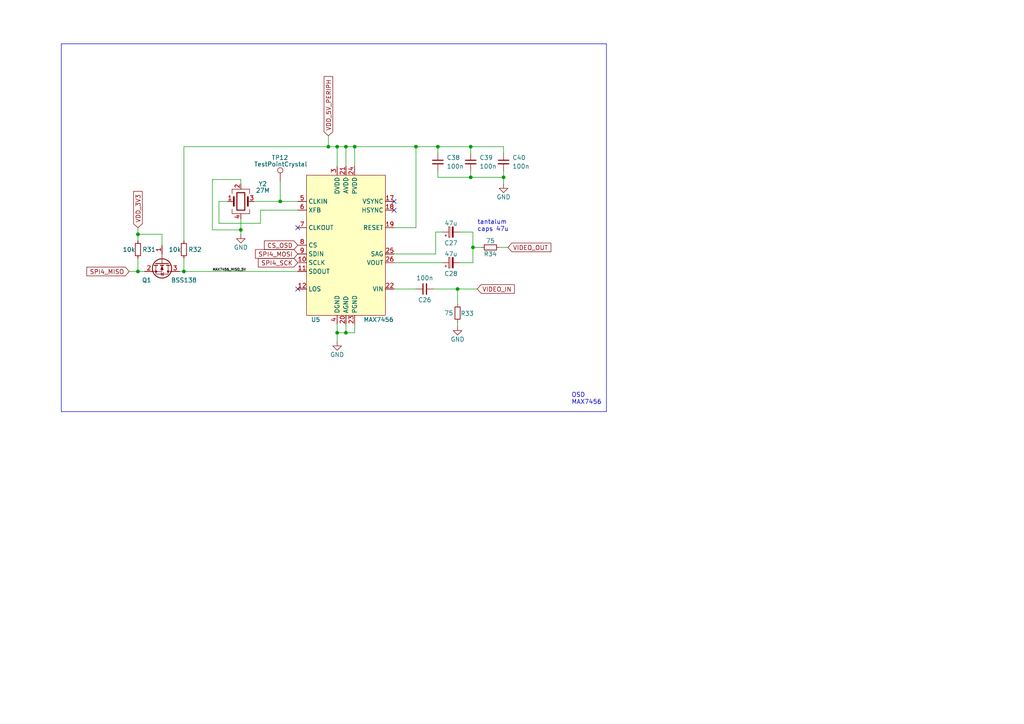
<source format=kicad_sch>
(kicad_sch (version 20230121) (generator eeschema)
  (paper "A4")
  (title_block (title "Royal Penguin") (date "2023-05-23") (rev "2.0") (company "Aerokitties"))
  (lib_symbols
    (symbol "Connector:TestPoint" (pin_numbers hide) (pin_names (offset 0.762) hide)
      (property "Reference" "TP" (at 0 6.858 0))
      (property "Value" "TestPoint" (at 0 5.08 0))
      (symbol "TestPoint_0_1"
        (circle (center 0 3.302) (radius 0.762))
      )
      (symbol "TestPoint_1_1"
        (pin passive line (at 0 0 90) (length 2.54) (name "1") (number "1"))
      )
    )
    (symbol "Device:C_Polarized_Small" (pin_numbers hide) (pin_names (offset 0.254) hide)
      (property "Reference" "C" (at 0.254 1.778 0))
      (property "Value" "C_Polarized_Small" (at 0.254 -2.032 0))
      (symbol "C_Polarized_Small_0_1"
        (rectangle (start -1.524 -0.3048) (end 1.524 -0.6858) (fill (type outline)))
        (rectangle (start -1.524 0.6858) (end 1.524 0.3048))
        (polyline (pts (xy -1.27 1.524) (xy -0.762 1.524)))
        (polyline (pts (xy -1.016 1.27) (xy -1.016 1.778)))
      )
      (symbol "C_Polarized_Small_1_1"
        (pin passive line (at 0 2.54 270) (length 1.8542) (name "~") (number "1"))
        (pin passive line (at 0 -2.54 90) (length 1.8542) (name "~") (number "2"))
      )
    )
    (symbol "Device:C_Small" (pin_numbers hide) (pin_names (offset 0.254) hide)
      (property "Reference" "C" (at 0.254 1.778 0))
      (property "Value" "C_Small" (at 0.254 -2.032 0))
      (symbol "C_Small_0_1"
        (polyline (pts (xy -1.524 -0.508) (xy 1.524 -0.508)) (stroke (width 0.3302)))
        (polyline (pts (xy -1.524 0.508) (xy 1.524 0.508)) (stroke (width 0.3048)))
      )
      (symbol "C_Small_1_1"
        (pin passive line (at 0 2.54 270) (length 2.032) (name "~") (number "1"))
        (pin passive line (at 0 -2.54 90) (length 2.032) (name "~") (number "2"))
      )
    )
    (symbol "Device:Crystal_GND24" (pin_names (offset 1.016) hide)
      (property "Reference" "Y" (at 3.175 5.08 0))
      (property "Value" "Crystal_GND24" (at 3.175 3.175 0))
      (symbol "Crystal_GND24_0_1"
        (rectangle (start -1.143 2.54) (end 1.143 -2.54) (stroke (width 0.3048)))
        (polyline (pts (xy -2.54 0) (xy -2.032 0)))
        (polyline (pts (xy -2.032 -1.27) (xy -2.032 1.27)) (stroke (width 0.508)))
        (polyline (pts (xy 0 -3.81) (xy 0 -3.556)))
        (polyline (pts (xy 0 3.556) (xy 0 3.81)))
        (polyline (pts (xy 2.032 -1.27) (xy 2.032 1.27)) (stroke (width 0.508)))
        (polyline (pts (xy 2.032 0) (xy 2.54 0)))
        (polyline (pts (xy -2.54 -2.286) (xy -2.54 -3.556) (xy 2.54 -3.556) (xy 2.54 -2.286)))
        (polyline (pts (xy -2.54 2.286) (xy -2.54 3.556) (xy 2.54 3.556) (xy 2.54 2.286)))
      )
      (symbol "Crystal_GND24_1_1"
        (pin passive line (at -3.81 0 0) (length 1.27) (name "1") (number "1"))
        (pin passive line (at 0 5.08 270) (length 1.27) (name "2") (number "2"))
        (pin passive line (at 3.81 0 180) (length 1.27) (name "3") (number "3"))
        (pin passive line (at 0 -5.08 90) (length 1.27) (name "4") (number "4"))
      )
    )
    (symbol "Device:R_Small" (pin_numbers hide) (pin_names (offset 0.254) hide)
      (property "Reference" "R" (at 0.762 0.508 0))
      (property "Value" "R_Small" (at 0.762 -1.016 0))
      (symbol "R_Small_0_1"
        (rectangle (start -0.762 1.778) (end 0.762 -1.778) (stroke (width 0.2032)))
      )
      (symbol "R_Small_1_1"
        (pin passive line (at 0 2.54 270) (length 0.762) (name "~") (number "1"))
        (pin passive line (at 0 -2.54 90) (length 0.762) (name "~") (number "2"))
      )
    )
    (symbol "GND_1" (power) (pin_names (offset 0))
      (property "Value" "GND_1" (at 0 -3.81 0))
      (symbol "GND_1_0_1"
        (polyline (pts (xy 0 0) (xy 0 -1.27) (xy 1.27 -1.27) (xy 0 -2.54) (xy -1.27 -1.27) (xy 0 -1.27)))
      )
      (symbol "GND_1_1_1"
        (pin power_in line (at 0 0 270) (length 0) hide (name "GND") (number "1"))
      )
    )
    (symbol "Transistor_FET:BSS138" (pin_names hide)
      (property "Reference" "Q" (at 5.08 1.905 0))
      (property "Value" "BSS138" (at 5.08 0 0))
      (symbol "BSS138_0_1"
        (polyline (pts (xy 0.254 0) (xy -2.54 0)))
        (polyline (pts (xy 0.254 1.905) (xy 0.254 -1.905)) (stroke (width 0.254)))
        (polyline (pts (xy 0.762 -1.27) (xy 0.762 -2.286)) (stroke (width 0.254)))
        (polyline (pts (xy 0.762 0.508) (xy 0.762 -0.508)) (stroke (width 0.254)))
        (polyline (pts (xy 0.762 2.286) (xy 0.762 1.27)) (stroke (width 0.254)))
        (polyline (pts (xy 2.54 2.54) (xy 2.54 1.778)))
        (polyline (pts (xy 2.54 -2.54) (xy 2.54 0) (xy 0.762 0)))
        (polyline (pts (xy 0.762 -1.778) (xy 3.302 -1.778) (xy 3.302 1.778) (xy 0.762 1.778)))
        (polyline (pts (xy 1.016 0) (xy 2.032 0.381) (xy 2.032 -0.381) (xy 1.016 0)) (fill (type outline)))
        (polyline (pts (xy 2.794 0.508) (xy 2.921 0.381) (xy 3.683 0.381) (xy 3.81 0.254)))
        (polyline (pts (xy 3.302 0.381) (xy 2.921 -0.254) (xy 3.683 -0.254) (xy 3.302 0.381)))
        (circle (center 1.651 0) (radius 2.794) (stroke (width 0.254)))
        (circle (center 2.54 -1.778) (radius 0.254) (fill (type outline)))
        (circle (center 2.54 1.778) (radius 0.254) (fill (type outline)))
      )
      (symbol "BSS138_1_1"
        (pin input line (at -5.08 0 0) (length 2.54) (name "G") (number "1"))
        (pin passive line (at 2.54 -5.08 90) (length 2.54) (name "S") (number "2"))
        (pin passive line (at 2.54 5.08 270) (length 2.54) (name "D") (number "3"))
      )
    )
    (symbol "power:GND" (power) (pin_names (offset 0))
      (property "Value" "GND" (at 0 -3.81 0))
      (symbol "GND_0_1"
        (polyline (pts (xy 0 0) (xy 0 -1.27) (xy 1.27 -1.27) (xy 0 -2.54) (xy -1.27 -1.27) (xy 0 -1.27)))
      )
      (symbol "GND_1_1"
        (pin power_in line (at 0 0 270) (length 0) hide (name "GND") (number "1"))
      )
    )
    (symbol "user_lib:MAX7456"
      (property "Reference" "U" (at 10.16 -24.13 0))
      (property "Value" "MAX7456" (at 10.16 -21.59 0))
      (symbol "MAX7456_0_1"
        (rectangle (start -11.43 20.32) (end 11.43 -20.32) (fill (type background)))
      )
      (symbol "MAX7456_1_1"
        (pin bidirectional line (at -13.97 -5.08 0) (length 2.54) (name "SCLK") (number "10"))
        (pin bidirectional line (at -13.97 -7.62 0) (length 2.54) (name "SDOUT") (number "11"))
        (pin bidirectional line (at -13.97 -12.7 0) (length 2.54) (name "LOS") (number "12"))
        (pin bidirectional line (at 13.97 12.7 180) (length 2.54) (name "VSYNC") (number "17"))
        (pin bidirectional line (at 13.97 10.16 180) (length 2.54) (name "HSYNC") (number "18"))
        (pin input line (at 13.97 5.08 180) (length 2.54) (name "RESET") (number "19"))
        (pin power_in line (at 0 -22.86 90) (length 2.54) (name "AGND") (number "20"))
        (pin power_in line (at 0 22.86 270) (length 2.54) (name "AVDD") (number "21"))
        (pin input line (at 13.97 -12.7 180) (length 2.54) (name "VIN") (number "22"))
        (pin power_in line (at 2.54 -22.86 90) (length 2.54) (name "PGND") (number "23"))
        (pin power_in line (at 2.54 22.86 270) (length 2.54) (name "PVDD") (number "24"))
        (pin input line (at 13.97 -2.54 180) (length 2.54) (name "SAG") (number "25"))
        (pin input line (at 13.97 -5.08 180) (length 2.54) (name "VOUT") (number "26"))
        (pin power_in line (at -2.54 22.86 270) (length 2.54) (name "DVDD") (number "3"))
        (pin power_in line (at -2.54 -22.86 90) (length 2.54) (name "DGND") (number "4"))
        (pin bidirectional line (at -13.97 12.7 0) (length 2.54) (name "CLKIN") (number "5"))
        (pin bidirectional line (at -13.97 10.16 0) (length 2.54) (name "XFB") (number "6"))
        (pin bidirectional line (at -13.97 5.08 0) (length 2.54) (name "CLKOUT") (number "7"))
        (pin bidirectional line (at -13.97 0 0) (length 2.54) (name "CS") (number "8"))
        (pin bidirectional line (at -13.97 -2.54 0) (length 2.54) (name "SDIN") (number "9"))
      )
    )
  )
  (junction (at 100.33 42.545))
  (junction (at 40.005 67.945))
  (junction (at 95.25 42.545))
  (junction (at 146.05 51.435))
  (junction (at 120.65 42.545))
  (junction (at 53.34 78.74))
  (junction (at 40.005 78.74))
  (junction (at 81.28 58.42))
  (junction (at 69.85 66.675))
  (junction (at 100.33 96.52))
  (junction (at 136.525 42.545))
  (junction (at 136.525 51.435))
  (junction (at 127 42.545))
  (junction (at 102.87 42.545))
  (junction (at 137.16 71.755))
  (junction (at 97.79 42.545))
  (junction (at 132.715 83.82))
  (junction (at 97.79 96.52))
  (no_connect (at 114.3 60.96))
  (no_connect (at 86.36 83.82))
  (no_connect (at 86.36 66.04))
  (no_connect (at 114.3 58.42))
  (wire (pts (xy 126.365 67.31) (xy 128.27 67.31)))
  (wire (pts (xy 63.5 64.77) (xy 63.5 58.42)))
  (wire (pts (xy 40.005 67.945) (xy 40.005 69.85)))
  (wire (pts (xy 73.66 58.42) (xy 81.28 58.42)))
  (wire (pts (xy 53.34 78.74) (xy 53.34 74.93)))
  (wire (pts (xy 136.525 42.545) (xy 136.525 44.45)))
  (wire (pts (xy 114.3 73.66) (xy 126.365 73.66)))
  (polyline (pts (xy 175.895 12.7) (xy 175.895 119.38)))
  (wire (pts (xy 40.005 78.74) (xy 40.005 74.93)))
  (wire (pts (xy 53.34 42.545) (xy 95.25 42.545)))
  (wire (pts (xy 53.34 78.74) (xy 86.36 78.74)))
  (wire (pts (xy 146.05 51.435) (xy 146.05 49.53)))
  (wire (pts (xy 127 51.435) (xy 136.525 51.435)))
  (wire (pts (xy 125.73 83.82) (xy 132.715 83.82)))
  (wire (pts (xy 136.525 51.435) (xy 146.05 51.435)))
  (wire (pts (xy 136.525 49.53) (xy 136.525 51.435)))
  (wire (pts (xy 146.05 42.545) (xy 146.05 44.45)))
  (wire (pts (xy 95.25 42.545) (xy 97.79 42.545)))
  (wire (pts (xy 52.07 78.74) (xy 53.34 78.74)))
  (wire (pts (xy 114.3 83.82) (xy 120.65 83.82)))
  (wire (pts (xy 100.33 42.545) (xy 100.33 48.26)))
  (wire (pts (xy 100.33 42.545) (xy 102.87 42.545)))
  (wire (pts (xy 127 49.53) (xy 127 51.435)))
  (wire (pts (xy 136.525 42.545) (xy 146.05 42.545)))
  (wire (pts (xy 40.005 66.04) (xy 40.005 67.945)))
  (wire (pts (xy 97.79 42.545) (xy 100.33 42.545)))
  (polyline (pts (xy 17.78 12.7) (xy 97.155 12.7)))
  (wire (pts (xy 102.87 96.52) (xy 102.87 93.98)))
  (wire (pts (xy 114.3 76.2) (xy 128.27 76.2)))
  (wire (pts (xy 40.005 78.74) (xy 41.91 78.74)))
  (wire (pts (xy 137.16 71.755) (xy 137.16 76.2)))
  (polyline (pts (xy 175.895 119.38) (xy 17.78 119.38)))
  (wire (pts (xy 63.5 58.42) (xy 66.04 58.42)))
  (wire (pts (xy 69.85 53.34) (xy 69.85 52.07)))
  (wire (pts (xy 100.33 96.52) (xy 102.87 96.52)))
  (wire (pts (xy 132.715 83.82) (xy 132.715 88.265)))
  (wire (pts (xy 144.78 71.755) (xy 147.32 71.755)))
  (wire (pts (xy 97.79 42.545) (xy 97.79 48.26)))
  (wire (pts (xy 69.85 63.5) (xy 69.85 66.675)))
  (wire (pts (xy 126.365 73.66) (xy 126.365 67.31)))
  (wire (pts (xy 97.79 96.52) (xy 97.79 99.06)))
  (wire (pts (xy 137.16 67.31) (xy 137.16 71.755)))
  (wire (pts (xy 40.005 67.945) (xy 46.99 67.945)))
  (wire (pts (xy 127 42.545) (xy 127 44.45)))
  (wire (pts (xy 53.34 42.545) (xy 53.34 69.85)))
  (polyline (pts (xy 17.78 119.38) (xy 17.78 12.7)))
  (wire (pts (xy 137.16 76.2) (xy 133.35 76.2)))
  (wire (pts (xy 133.35 67.31) (xy 137.16 67.31)))
  (wire (pts (xy 81.28 52.705) (xy 81.28 58.42)))
  (wire (pts (xy 37.465 78.74) (xy 40.005 78.74)))
  (wire (pts (xy 120.65 42.545) (xy 120.65 66.04)))
  (wire (pts (xy 102.87 42.545) (xy 120.65 42.545)))
  (wire (pts (xy 69.85 52.07) (xy 61.595 52.07)))
  (wire (pts (xy 97.79 96.52) (xy 100.33 96.52)))
  (wire (pts (xy 102.87 42.545) (xy 102.87 48.26)))
  (wire (pts (xy 114.3 66.04) (xy 120.65 66.04)))
  (polyline (pts (xy 97.155 12.7) (xy 175.895 12.7)))
  (wire (pts (xy 75.565 60.96) (xy 86.36 60.96)))
  (wire (pts (xy 132.715 83.82) (xy 138.43 83.82)))
  (wire (pts (xy 69.85 66.675) (xy 69.85 67.945)))
  (wire (pts (xy 120.65 42.545) (xy 127 42.545)))
  (wire (pts (xy 137.16 71.755) (xy 139.7 71.755)))
  (wire (pts (xy 61.595 66.675) (xy 69.85 66.675)))
  (wire (pts (xy 75.565 64.77) (xy 63.5 64.77)))
  (wire (pts (xy 81.28 58.42) (xy 86.36 58.42)))
  (wire (pts (xy 61.595 52.07) (xy 61.595 66.675)))
  (wire (pts (xy 132.715 93.345) (xy 132.715 94.615)))
  (wire (pts (xy 46.99 67.945) (xy 46.99 71.12)))
  (wire (pts (xy 97.79 93.98) (xy 97.79 96.52)))
  (wire (pts (xy 95.25 39.37) (xy 95.25 42.545)))
  (wire (pts (xy 127 42.545) (xy 136.525 42.545)))
  (wire (pts (xy 100.33 93.98) (xy 100.33 96.52)))
  (wire (pts (xy 75.565 60.96) (xy 75.565 64.77)))
  (wire (pts (xy 146.05 53.34) (xy 146.05 51.435)))
  (text "tantalum\ncaps 47u" (at 138.43 67.31 0) (effects (font (size 1.27 1.27)) (justify left bottom)))
  (text "OSD\nMAX7456" (at 165.735 117.475 0) (effects (font (size 1.27 1.27)) (justify left bottom)))
  (label "MAX7456_MISO_5V" (at 61.595 78.74 0) (effects (font (size 0.7 0.7))))
  (global_label "VIDEO_IN" (shape input) (at 138.43 83.82 0) (property "Intersheetrefs" "${INTERSHEET_REFS}" (effects hide)))
  (global_label "SPI4_MOSI" (shape input) (at 86.36 73.66 180) (property "Intersheetrefs" "${INTERSHEET_REFS}" (effects hide)))
  (global_label "VDD_3V3" (shape input) (at 40.005 66.04 90) (property "Intersheetrefs" "${INTERSHEET_REFS}" (effects hide)))
  (global_label "SPI4_MISO" (shape input) (at 37.465 78.74 180) (property "Intersheetrefs" "${INTERSHEET_REFS}" (effects hide)))
  (global_label "SPI4_SCK" (shape input) (at 86.36 76.2 180) (property "Intersheetrefs" "${INTERSHEET_REFS}" (effects hide)))
  (global_label "VIDEO_OUT" (shape input) (at 147.32 71.755 0) (property "Intersheetrefs" "${INTERSHEET_REFS}" (effects hide)))
  (global_label "VDD_5V_PERIPH" (shape input) (at 95.25 39.37 90) (property "Intersheetrefs" "${INTERSHEET_REFS}" (effects hide)))
  (global_label "CS_OSD" (shape input) (at 86.36 71.12 180) (property "Intersheetrefs" "${INTERSHEET_REFS}" (effects hide)))
  (symbol (lib_id "power:GND") (at 97.79 99.06 0) (unit 1)
    (property "Reference" "#PWR036" (effects hide))
    (property "Value" "GND" (at 97.79 102.87 0))
    (instances (project "peripherals" (path "" (reference "#PWR036") (unit 1))) (project "2.0" (path "" (reference "#PWR048") (unit 1))))
  )
  (symbol (lib_id "Device:C_Small") (at 136.525 46.99 0) (unit 1)
    (property "Reference" "C39" (at 139.065 45.72 0) (effects (justify left)))
    (property "Value" "100n" (at 139.065 48.26 0) (effects (justify left)))
    (property "Footprint" "Capacitor_SMD:C_0603_1608Metric" (effects hide))
  )
  (symbol (lib_id "Device:Crystal_GND24") (at 69.85 58.42 0) (unit 1)
    (property "Reference" "Y2" (at 76.2 53.34 0))
    (property "Value" "27M" (at 76.2 55.245 0))
    (property "Footprint" "Crystal:Crystal_SMD_3225-4Pin_3.2x2.5mm" (effects hide))
  )
  (symbol (lib_id "Device:C_Polarized_Small") (at 130.81 76.2 90) (unit 1)
    (property "Reference" "C28" (at 130.81 79.375 90))
    (property "Value" "47u" (at 130.81 73.66 90))
    (property "Footprint" "Capacitor_SMD:C_1206_3216Metric" (effects hide))
    (instances (project "peripherals" (path "" (reference "C28") (unit 1))) (project "2.0" (path "" (reference "C42") (unit 1))))
  )
  (symbol (lib_id "Transistor_FET:BSS138") (at 46.99 76.2 270) (unit 1)
    (property "Reference" "Q1" (at 42.545 81.28 90))
    (property "Value" "BSS138" (at 53.34 81.28 90))
    (property "Footprint" "Package_TO_SOT_SMD:SOT-23" (effects hide))
    (property "Datasheet" "https://www.onsemi.com/pub/Collateral/BSS138-D.PDF" (effects hide))
  )
  (symbol (lib_id "Device:R_Small") (at 142.24 71.755 90) (unit 1)
    (property "Reference" "R34" (at 142.24 73.66 90))
    (property "Value" "75" (at 142.24 69.85 90))
    (property "Footprint" "Resistor_SMD:R_0603_1608Metric" (effects hide))
    (instances (project "peripherals" (path "" (reference "R34") (unit 1))) (project "2.0" (path "" (reference "R44") (unit 1))))
  )
  (symbol (lib_id "Device:C_Small") (at 127 46.99 0) (unit 1)
    (property "Reference" "C38" (at 129.54 45.72 0) (effects (justify left)))
    (property "Value" "100n" (at 129.54 48.26 0) (effects (justify left)))
    (property "Footprint" "Capacitor_SMD:C_0603_1608Metric" (effects hide))
  )
  (symbol (lib_id "Device:C_Small") (at 146.05 46.99 0) (unit 1)
    (property "Reference" "C40" (at 148.59 45.72 0) (effects (justify left)))
    (property "Value" "100n" (at 148.59 48.26 0) (effects (justify left)))
    (property "Footprint" "Capacitor_SMD:C_0603_1608Metric" (effects hide))
  )
  (symbol (lib_id "user_lib:MAX7456") (at 100.33 71.12 0) (unit 1)
    (property "Reference" "U5" (at 90.17 92.71 0) (effects (justify left)))
    (property "Value" "MAX7456" (at 105.41 92.71 0) (effects (justify left)))
    (property "Footprint" "Package_SO:HTSSOP-28-1EP_4.4x9.7mm_P0.65mm_EP2.85x5.4mm" (effects hide))
    (instances (project "peripherals" (path "" (reference "U5") (unit 1))) (project "2.0" (path "" (reference "U11") (unit 1))))
  )
  (symbol (lib_id "Device:R_Small") (at 53.34 72.39 0) (unit 1)
    (property "Reference" "R32" (at 54.61 72.39 0) (effects (justify left)))
    (property "Value" "10k" (at 48.895 72.39 0) (effects (justify left)))
    (property "Footprint" "Resistor_SMD:R_0603_1608Metric" (effects hide))
    (instances (project "peripherals" (path "" (reference "R32") (unit 1))) (project "2.0" (path "" (reference "R46") (unit 1))))
  )
  (symbol (lib_name "GND_1") (lib_id "power:GND") (at 146.05 53.34 0) (unit 1)
    (property "Reference" "#PWR045" (effects hide))
    (property "Value" "GND" (at 146.05 57.15 0))
  )
  (symbol (lib_id "Device:R_Small") (at 132.715 90.805 180) (unit 1)
    (property "Reference" "R33" (at 135.509 90.932 0))
    (property "Value" "75" (at 130.175 90.805 0))
    (property "Footprint" "Resistor_SMD:R_0603_1608Metric" (effects hide))
    (instances (project "peripherals" (path "" (reference "R33") (unit 1))) (project "2.0" (path "" (reference "R47") (unit 1))))
  )
  (symbol (lib_id "Device:C_Small") (at 123.19 83.82 90) (unit 1)
    (property "Reference" "C26" (at 123.19 86.995 90))
    (property "Value" "100n" (at 123.19 80.645 90))
    (property "Footprint" "Capacitor_SMD:C_0603_1608Metric" (effects hide))
    (instances (project "peripherals" (path "" (reference "C26") (unit 1))) (project "2.0" (path "" (reference "C43") (unit 1))))
  )
  (symbol (lib_id "Connector:TestPoint") (at 81.28 52.705 0) (unit 1)
    (property "Reference" "TP12" (at 78.74 45.72 0) (effects (justify left)))
    (property "Value" "TestPointCrystal" (at 73.66 47.625 0) (effects (justify left)))
    (property "Footprint" "TestPoint:TestPoint_Pad_D1.0mm" (effects hide))
    (instances (project "2.0" (path "" (reference "TP12") (unit 1)) (path "" (reference "TP23") (unit 1)) (path "" (reference "TP25") (unit 1))))
  )
  (symbol (lib_id "Device:C_Polarized_Small") (at 130.81 67.31 90) (unit 1)
    (property "Reference" "C27" (at 130.81 70.485 90))
    (property "Value" "47u" (at 130.81 64.77 90))
    (property "Footprint" "Capacitor_SMD:C_1206_3216Metric" (effects hide))
    (instances (project "peripherals" (path "" (reference "C27") (unit 1))) (project "2.0" (path "" (reference "C41") (unit 1))))
  )
  (symbol (lib_id "Device:R_Small") (at 40.005 72.39 0) (unit 1)
    (property "Reference" "R31" (at 41.275 72.39 0) (effects (justify left)))
    (property "Value" "10k" (at 35.56 72.39 0) (effects (justify left)))
    (property "Footprint" "Resistor_SMD:R_0603_1608Metric" (effects hide))
    (instances (project "peripherals" (path "" (reference "R31") (unit 1))) (project "2.0" (path "" (reference "R45") (unit 1))))
  )
  (symbol (lib_id "power:GND") (at 132.715 94.615 0) (unit 1)
    (property "Reference" "#PWR038" (effects hide))
    (property "Value" "GND" (at 132.715 98.425 0))
    (instances (project "peripherals" (path "" (reference "#PWR038") (unit 1))) (project "2.0" (path "" (reference "#PWR047") (unit 1))))
  )
  (symbol (lib_id "power:GND") (at 69.85 67.945 0) (unit 1)
    (property "Reference" "#PWR034" (effects hide))
    (property "Value" "GND" (at 69.85 71.755 0))
    (instances (project "peripherals" (path "" (reference "#PWR034") (unit 1))) (project "2.0" (path "" (reference "#PWR046") (unit 1))))
  )
)
</source>
